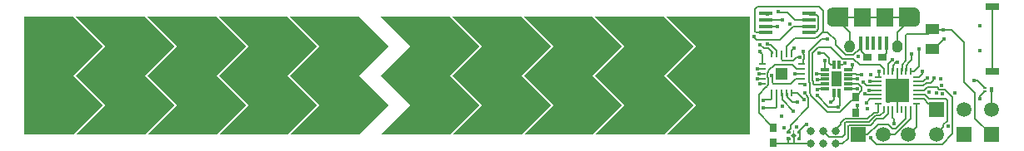
<source format=gtl>
G04*
G04 #@! TF.GenerationSoftware,Altium Limited,Altium Designer,20.2.4 (192)*
G04*
G04 Layer_Physical_Order=1*
G04 Layer_Color=255*
%FSLAX25Y25*%
%MOIN*%
G70*
G04*
G04 #@! TF.SameCoordinates,E28A416E-137A-4DA4-96E8-27F400694B22*
G04*
G04*
G04 #@! TF.FilePolarity,Positive*
G04*
G01*
G75*
%ADD13C,0.00600*%
%ADD16C,0.00800*%
G04:AMPARAMS|DCode=17|XSize=33.86mil|YSize=10.24mil|CornerRadius=1.28mil|HoleSize=0mil|Usage=FLASHONLY|Rotation=270.000|XOffset=0mil|YOffset=0mil|HoleType=Round|Shape=RoundedRectangle|*
%AMROUNDEDRECTD17*
21,1,0.03386,0.00768,0,0,270.0*
21,1,0.03130,0.01024,0,0,270.0*
1,1,0.00256,-0.00384,-0.01565*
1,1,0.00256,-0.00384,0.01565*
1,1,0.00256,0.00384,0.01565*
1,1,0.00256,0.00384,-0.01565*
%
%ADD17ROUNDEDRECTD17*%
G04:AMPARAMS|DCode=18|XSize=33.86mil|YSize=10.24mil|CornerRadius=1.28mil|HoleSize=0mil|Usage=FLASHONLY|Rotation=180.000|XOffset=0mil|YOffset=0mil|HoleType=Round|Shape=RoundedRectangle|*
%AMROUNDEDRECTD18*
21,1,0.03386,0.00768,0,0,180.0*
21,1,0.03130,0.01024,0,0,180.0*
1,1,0.00256,-0.01565,0.00384*
1,1,0.00256,0.01565,0.00384*
1,1,0.00256,0.01565,-0.00384*
1,1,0.00256,-0.01565,-0.00384*
%
%ADD18ROUNDEDRECTD18*%
%ADD19R,0.03150X0.03300*%
%ADD20R,0.01496X0.02480*%
%ADD21R,0.01496X0.00787*%
%ADD22R,0.01100X0.02800*%
%ADD23R,0.09400X0.09400*%
%ADD24R,0.02800X0.01100*%
%ADD25R,0.03000X0.01100*%
%ADD26R,0.01100X0.03000*%
%ADD27R,0.05118X0.03543*%
%ADD28R,0.02559X0.01121*%
%ADD29R,0.01121X0.02559*%
%ADD30R,0.05000X0.05000*%
%ADD31R,0.07087X0.07480*%
%ADD32R,0.01575X0.05315*%
%ADD34R,0.05512X0.04331*%
%ADD35R,0.05315X0.04331*%
%ADD36R,0.05512X0.02559*%
%ADD37R,0.03300X0.03150*%
%ADD38R,0.05600X0.01700*%
%ADD39R,0.05906X0.47244*%
%ADD64C,0.03150*%
%ADD67R,0.03937X0.05906*%
%ADD68R,0.00787X0.00787*%
%ADD69C,0.00700*%
%ADD70O,0.03740X0.07480*%
%ADD71C,0.04134*%
%ADD72C,0.05906*%
%ADD73R,0.05906X0.05906*%
%ADD74R,0.05906X0.05906*%
%ADD75C,0.01575*%
G36*
X357340Y56786D02*
X357442Y56775D01*
X357544Y56759D01*
X357645Y56738D01*
X357744Y56711D01*
X357842Y56679D01*
X357939Y56642D01*
X358033Y56600D01*
X358125Y56553D01*
X358214Y56502D01*
X358300Y56446D01*
X358384Y56385D01*
X358464Y56320D01*
X358541Y56251D01*
X358613Y56178D01*
X358682Y56102D01*
X358747Y56022D01*
X358808Y55938D01*
X358864Y55852D01*
X358916Y55762D01*
X358962Y55671D01*
X359004Y55576D01*
X359041Y55480D01*
X359073Y55382D01*
X359100Y55282D01*
X359121Y55182D01*
X359137Y55080D01*
X359148Y54977D01*
X359154Y54874D01*
Y54823D01*
Y53051D01*
Y51279D01*
Y51228D01*
X359148Y51125D01*
X359137Y51022D01*
X359121Y50921D01*
X359100Y50820D01*
X359073Y50720D01*
X359041Y50622D01*
X359004Y50526D01*
X358962Y50432D01*
X358916Y50340D01*
X358864Y50251D01*
X358808Y50164D01*
X358747Y50081D01*
X358682Y50001D01*
X358613Y49924D01*
X358541Y49851D01*
X358464Y49782D01*
X358384Y49717D01*
X358300Y49657D01*
X358214Y49600D01*
X358125Y49549D01*
X358033Y49502D01*
X357939Y49460D01*
X357842Y49423D01*
X357744Y49391D01*
X357645Y49365D01*
X357544Y49343D01*
X357442Y49327D01*
X357340Y49316D01*
X357237Y49311D01*
X350886D01*
Y53051D01*
Y56791D01*
X357237D01*
X357340Y56786D01*
D02*
G37*
G36*
X330413Y53051D02*
Y49311D01*
X324063D01*
X323960Y49316D01*
X323857Y49327D01*
X323755Y49343D01*
X323655Y49365D01*
X323555Y49391D01*
X323457Y49423D01*
X323361Y49460D01*
X323266Y49502D01*
X323175Y49549D01*
X323085Y49600D01*
X322999Y49657D01*
X322915Y49717D01*
X322835Y49782D01*
X322759Y49851D01*
X322686Y49924D01*
X322617Y50001D01*
X322552Y50081D01*
X322491Y50164D01*
X322435Y50251D01*
X322384Y50340D01*
X322337Y50432D01*
X322295Y50526D01*
X322258Y50622D01*
X322226Y50720D01*
X322199Y50820D01*
X322178Y50921D01*
X322162Y51022D01*
X322151Y51125D01*
X322146Y51228D01*
Y51279D01*
Y53051D01*
Y54823D01*
Y54874D01*
X322151Y54977D01*
X322162Y55080D01*
X322178Y55182D01*
X322199Y55282D01*
X322226Y55382D01*
X322258Y55480D01*
X322295Y55576D01*
X322337Y55671D01*
X322384Y55762D01*
X322435Y55852D01*
X322491Y55938D01*
X322552Y56022D01*
X322617Y56102D01*
X322686Y56178D01*
X322759Y56251D01*
X322835Y56320D01*
X322915Y56385D01*
X322999Y56446D01*
X323085Y56502D01*
X323175Y56553D01*
X323266Y56600D01*
X323361Y56642D01*
X323457Y56679D01*
X323555Y56711D01*
X323655Y56738D01*
X323755Y56759D01*
X323857Y56775D01*
X323960Y56786D01*
X324063Y56791D01*
X330413D01*
Y53051D01*
D02*
G37*
G36*
X350359Y43695D02*
X350467Y43684D01*
X350574Y43667D01*
X350679Y43644D01*
X350784Y43616D01*
X350887Y43583D01*
X350988Y43544D01*
X351087Y43500D01*
X351183Y43451D01*
X351277Y43397D01*
X351368Y43338D01*
X351455Y43274D01*
X351540Y43206D01*
X351620Y43134D01*
X351697Y43057D01*
X351769Y42977D01*
X351837Y42893D01*
X351901Y42805D01*
X351960Y42714D01*
X352014Y42621D01*
X352063Y42524D01*
X352107Y42425D01*
X352146Y42324D01*
X352179Y42221D01*
X352207Y42116D01*
X352230Y42011D01*
X352247Y41904D01*
X352258Y41796D01*
X352264Y41688D01*
Y41634D01*
Y40846D01*
Y40792D01*
X352258Y40684D01*
X352247Y40577D01*
X352230Y40470D01*
X352207Y40364D01*
X352179Y40259D01*
X352146Y40156D01*
X352107Y40055D01*
X352063Y39956D01*
X352014Y39860D01*
X351960Y39766D01*
X351901Y39675D01*
X351837Y39588D01*
X351769Y39504D01*
X351697Y39423D01*
X351620Y39347D01*
X351540Y39274D01*
X351455Y39206D01*
X351368Y39143D01*
X351277Y39083D01*
X351184Y39029D01*
X351087Y38980D01*
X350988Y38936D01*
X350887Y38897D01*
X350784Y38864D01*
X350679Y38836D01*
X350574Y38813D01*
X350467Y38796D01*
X350359Y38785D01*
X350251Y38780D01*
X350143D01*
X350035Y38785D01*
X349927Y38796D01*
X349820Y38813D01*
X349714Y38836D01*
X349610Y38864D01*
X349507Y38897D01*
X349406Y38936D01*
X349307Y38980D01*
X349210Y39029D01*
X349116Y39083D01*
X349026Y39142D01*
X348938Y39206D01*
X348854Y39274D01*
X348774Y39347D01*
X348697Y39423D01*
X348625Y39504D01*
X348556Y39588D01*
X348493Y39675D01*
X348434Y39766D01*
X348380Y39860D01*
X348331Y39956D01*
X348287Y40055D01*
X348248Y40156D01*
X348214Y40259D01*
X348186Y40364D01*
X348164Y40470D01*
X348147Y40577D01*
X348136Y40684D01*
X348130Y40792D01*
Y40846D01*
Y41634D01*
Y41688D01*
X348136Y41796D01*
X348147Y41904D01*
X348164Y42011D01*
X348186Y42116D01*
X348214Y42221D01*
X348248Y42324D01*
X348287Y42425D01*
X348331Y42524D01*
X348380Y42620D01*
X348434Y42714D01*
X348493Y42805D01*
X348556Y42893D01*
X348625Y42977D01*
X348697Y43057D01*
X348774Y43134D01*
X348854Y43206D01*
X348938Y43274D01*
X349026Y43338D01*
X349116Y43397D01*
X349210Y43451D01*
X349307Y43500D01*
X349406Y43544D01*
X349507Y43583D01*
X349610Y43616D01*
X349714Y43644D01*
X349820Y43667D01*
X349927Y43684D01*
X350035Y43695D01*
X350143Y43701D01*
X350251D01*
X350359Y43695D01*
D02*
G37*
G36*
X331265D02*
X331372Y43684D01*
X331479Y43667D01*
X331585Y43644D01*
X331690Y43616D01*
X331793Y43583D01*
X331894Y43544D01*
X331993Y43500D01*
X332089Y43451D01*
X332183Y43397D01*
X332274Y43338D01*
X332361Y43274D01*
X332445Y43206D01*
X332526Y43134D01*
X332602Y43057D01*
X332675Y42977D01*
X332743Y42893D01*
X332806Y42805D01*
X332865Y42714D01*
X332920Y42621D01*
X332969Y42524D01*
X333013Y42425D01*
X333051Y42324D01*
X333085Y42221D01*
X333113Y42116D01*
X333135Y42011D01*
X333152Y41904D01*
X333164Y41796D01*
X333169Y41688D01*
Y41634D01*
Y40846D01*
Y40792D01*
X333164Y40684D01*
X333152Y40577D01*
X333135Y40470D01*
X333113Y40364D01*
X333085Y40259D01*
X333051Y40156D01*
X333013Y40055D01*
X332969Y39956D01*
X332920Y39860D01*
X332865Y39766D01*
X332806Y39675D01*
X332743Y39588D01*
X332675Y39504D01*
X332602Y39423D01*
X332526Y39347D01*
X332445Y39274D01*
X332361Y39206D01*
X332274Y39143D01*
X332183Y39083D01*
X332089Y39029D01*
X331993Y38980D01*
X331894Y38936D01*
X331793Y38897D01*
X331690Y38864D01*
X331585Y38836D01*
X331479Y38813D01*
X331372Y38796D01*
X331265Y38785D01*
X331156Y38780D01*
X331048D01*
X330940Y38785D01*
X330833Y38796D01*
X330726Y38813D01*
X330620Y38836D01*
X330515Y38864D01*
X330412Y38897D01*
X330311Y38936D01*
X330212Y38980D01*
X330116Y39029D01*
X330022Y39083D01*
X329931Y39142D01*
X329844Y39206D01*
X329760Y39274D01*
X329679Y39347D01*
X329603Y39423D01*
X329530Y39504D01*
X329462Y39588D01*
X329398Y39675D01*
X329339Y39766D01*
X329285Y39860D01*
X329236Y39956D01*
X329192Y40055D01*
X329153Y40156D01*
X329120Y40259D01*
X329092Y40364D01*
X329069Y40470D01*
X329052Y40577D01*
X329041Y40684D01*
X329035Y40792D01*
Y40846D01*
Y41634D01*
Y41688D01*
X329041Y41796D01*
X329052Y41904D01*
X329069Y42011D01*
X329092Y42116D01*
X329120Y42221D01*
X329153Y42324D01*
X329192Y42425D01*
X329236Y42524D01*
X329285Y42620D01*
X329339Y42714D01*
X329398Y42805D01*
X329462Y42893D01*
X329530Y42977D01*
X329603Y43057D01*
X329679Y43134D01*
X329760Y43206D01*
X329844Y43274D01*
X329931Y43338D01*
X330022Y43397D01*
X330116Y43451D01*
X330212Y43500D01*
X330311Y43544D01*
X330412Y43583D01*
X330515Y43616D01*
X330620Y43644D01*
X330726Y43667D01*
X330833Y43684D01*
X330940Y43695D01*
X331048Y43701D01*
X331156D01*
X331265Y43695D01*
D02*
G37*
G36*
X311595Y6194D02*
X310413D01*
X310138Y6470D01*
Y7376D01*
X311595D01*
Y6194D01*
D02*
G37*
G36*
X307421Y6470D02*
X307146Y6194D01*
X305965D01*
Y7376D01*
X307421D01*
Y6470D01*
D02*
G37*
G36*
X32480Y41339D02*
X20669Y29528D01*
X32480Y17717D01*
X20669Y5906D01*
X984D01*
X4921Y17716D01*
X984Y29528D01*
X4921Y41339D01*
X984Y53150D01*
X20669D01*
X32480Y41339D01*
D02*
G37*
G36*
X240158D02*
X228346Y29528D01*
X240158Y17717D01*
X228346Y5906D01*
X200787Y5905D01*
X212598Y17716D01*
X200787Y29528D01*
X212598Y41339D01*
X200787Y53149D01*
X228346Y53150D01*
X240158Y41339D01*
D02*
G37*
G36*
X211614D02*
X199803Y29528D01*
X211614Y17717D01*
X199803Y5906D01*
X172244Y5905D01*
X184055Y17716D01*
X172244Y29528D01*
X184055Y41339D01*
X172244Y53149D01*
X199803Y53150D01*
X211614Y41339D01*
D02*
G37*
G36*
X183071D02*
X171260Y29528D01*
X183071Y17717D01*
X171260Y5906D01*
X143701Y5905D01*
X155512Y17716D01*
X143701Y29528D01*
X155512Y41339D01*
X143701Y53149D01*
X171260Y53150D01*
X183071Y41339D01*
D02*
G37*
G36*
X146653D02*
X134843Y29528D01*
X146654Y17717D01*
X134843Y5906D01*
X107283Y5905D01*
X119094Y17716D01*
X107284Y29528D01*
X119095Y41339D01*
X107283Y53149D01*
X134843Y53150D01*
X146653Y41339D01*
D02*
G37*
G36*
X118110D02*
X106299Y29528D01*
X118110Y17717D01*
X106299Y5906D01*
X78740Y5905D01*
X90551Y17716D01*
X78740Y29528D01*
X90551Y41339D01*
X78740Y53149D01*
X106299Y53150D01*
X118110Y41339D01*
D02*
G37*
G36*
X89567D02*
X77756Y29528D01*
X89567Y17717D01*
X77756Y5906D01*
X50197Y5905D01*
X62008Y17716D01*
X50197Y29528D01*
X62008Y41339D01*
X50197Y53149D01*
X77756Y53150D01*
X89567Y41339D01*
D02*
G37*
G36*
X61024D02*
X49213Y29528D01*
X61024Y17717D01*
X49213Y5906D01*
X21654Y5905D01*
X33464Y17716D01*
X21654Y29528D01*
X33465Y41339D01*
X21654Y53149D01*
X49213Y53150D01*
X61024Y41339D01*
D02*
G37*
G36*
X291339Y5906D02*
X285433D01*
X257874Y5905D01*
X269685Y17716D01*
X257874Y29528D01*
X269685Y41339D01*
X257874Y53149D01*
X285433Y53150D01*
X291339D01*
Y5906D01*
D02*
G37*
G36*
X268701Y41339D02*
X256890Y29528D01*
X268701Y17717D01*
X256890Y5906D01*
X229331Y5905D01*
X241142Y17716D01*
X229331Y29528D01*
X241142Y41339D01*
X229331Y53149D01*
X256890Y53150D01*
X268701Y41339D01*
D02*
G37*
G36*
X311595Y3635D02*
X310138D01*
Y4541D01*
X310413Y4817D01*
X311595D01*
Y3635D01*
D02*
G37*
G36*
X307421Y4541D02*
Y3635D01*
X305965D01*
Y4817D01*
X307146D01*
X307421Y4541D01*
D02*
G37*
G36*
X309026Y6457D02*
X309977Y5505D01*
X309026Y4555D01*
Y3498D01*
X308534D01*
Y4555D01*
X307582Y5505D01*
X308534Y6457D01*
Y7513D01*
X309026D01*
Y6457D01*
D02*
G37*
%LPC*%
G36*
X355048Y56004D02*
X354005D01*
X353943Y56001D01*
X353881Y55994D01*
X353820Y55985D01*
X353760Y55972D01*
X353700Y55956D01*
X353641Y55937D01*
X353583Y55914D01*
X353527Y55889D01*
X353472Y55861D01*
X353418Y55830D01*
X353366Y55797D01*
X353316Y55760D01*
X353268Y55721D01*
X353222Y55680D01*
X353178Y55636D01*
X353137Y55590D01*
X353098Y55542D01*
X353062Y55492D01*
X353028Y55440D01*
X352997Y55387D01*
X352969Y55331D01*
X352944Y55275D01*
X352922Y55217D01*
X352903Y55158D01*
X352887Y55099D01*
X352874Y55038D01*
X352864Y54977D01*
X352858Y54915D01*
X352854Y54854D01*
Y54823D01*
Y53051D01*
Y51279D01*
Y51249D01*
X352858Y51187D01*
X352864Y51125D01*
X352874Y51064D01*
X352887Y51004D01*
X352903Y50944D01*
X352922Y50885D01*
X352944Y50827D01*
X352969Y50771D01*
X352997Y50716D01*
X353028Y50662D01*
X353062Y50610D01*
X353098Y50560D01*
X353137Y50512D01*
X353178Y50466D01*
X353222Y50423D01*
X353268Y50381D01*
X353316Y50342D01*
X353366Y50306D01*
X353418Y50272D01*
X353472Y50241D01*
X353527Y50213D01*
X353583Y50188D01*
X353641Y50166D01*
X353700Y50147D01*
X353760Y50131D01*
X353820Y50118D01*
X353881Y50108D01*
X353943Y50102D01*
X354005Y50098D01*
X354952D01*
X355014Y50102D01*
X355076Y50108D01*
X355137Y50118D01*
X355197Y50131D01*
X355257Y50147D01*
X355316Y50166D01*
X355373Y50188D01*
X355430Y50213D01*
X355485Y50241D01*
X355539Y50272D01*
X355591Y50306D01*
X355641Y50342D01*
X355689Y50381D01*
X355735Y50423D01*
X355778Y50466D01*
X355820Y50512D01*
X355859Y50560D01*
X355895Y50610D01*
X355929Y50662D01*
X355960Y50716D01*
X355988Y50771D01*
X356013Y50827D01*
X356035Y50885D01*
X356054Y50944D01*
X356070Y51004D01*
X356083Y51064D01*
X356093Y51125D01*
X356099Y51187D01*
X356102Y51249D01*
Y51279D01*
Y53051D01*
Y54921D01*
Y54950D01*
X356099Y55006D01*
X356094Y55063D01*
X356085Y55119D01*
X356073Y55174D01*
X356058Y55229D01*
X356041Y55283D01*
X356020Y55336D01*
X355997Y55388D01*
X355972Y55438D01*
X355943Y55487D01*
X355912Y55535D01*
X355879Y55581D01*
X355843Y55625D01*
X355805Y55667D01*
X355765Y55707D01*
X355723Y55745D01*
X355679Y55781D01*
X355633Y55814D01*
X355586Y55845D01*
X355537Y55873D01*
X355486Y55899D01*
X355434Y55922D01*
X355381Y55942D01*
X355327Y55960D01*
X355273Y55974D01*
X355217Y55986D01*
X355161Y55995D01*
X355105Y56001D01*
X355048Y56004D01*
D02*
G37*
G36*
X327295D02*
X326347D01*
X326285Y56001D01*
X326224Y55994D01*
X326163Y55985D01*
X326102Y55972D01*
X326042Y55956D01*
X325984Y55937D01*
X325926Y55914D01*
X325869Y55889D01*
X325814Y55861D01*
X325761Y55830D01*
X325709Y55796D01*
X325659Y55760D01*
X325611Y55721D01*
X325565Y55680D01*
X325521Y55636D01*
X325480Y55590D01*
X325441Y55542D01*
X325404Y55492D01*
X325371Y55440D01*
X325340Y55387D01*
X325311Y55331D01*
X325286Y55275D01*
X325264Y55217D01*
X325245Y55158D01*
X325229Y55099D01*
X325216Y55038D01*
X325206Y54977D01*
X325200Y54915D01*
X325197Y54854D01*
Y54823D01*
Y53051D01*
Y51181D01*
Y51153D01*
X325200Y51096D01*
X325206Y51040D01*
X325215Y50984D01*
X325226Y50928D01*
X325241Y50874D01*
X325259Y50820D01*
X325279Y50767D01*
X325302Y50715D01*
X325328Y50664D01*
X325356Y50615D01*
X325387Y50568D01*
X325420Y50522D01*
X325456Y50478D01*
X325494Y50436D01*
X325534Y50396D01*
X325576Y50358D01*
X325620Y50322D01*
X325666Y50288D01*
X325714Y50258D01*
X325763Y50229D01*
X325813Y50204D01*
X325865Y50181D01*
X325918Y50160D01*
X325972Y50143D01*
X326027Y50128D01*
X326082Y50116D01*
X326138Y50107D01*
X326195Y50101D01*
X326251Y50098D01*
X327295D01*
X327357Y50102D01*
X327418Y50108D01*
X327479Y50118D01*
X327540Y50131D01*
X327599Y50147D01*
X327658Y50166D01*
X327716Y50188D01*
X327772Y50213D01*
X327828Y50241D01*
X327881Y50272D01*
X327933Y50306D01*
X327983Y50342D01*
X328031Y50381D01*
X328077Y50423D01*
X328121Y50466D01*
X328162Y50512D01*
X328201Y50560D01*
X328238Y50610D01*
X328271Y50662D01*
X328302Y50716D01*
X328330Y50771D01*
X328355Y50827D01*
X328378Y50885D01*
X328397Y50944D01*
X328413Y51004D01*
X328426Y51064D01*
X328435Y51125D01*
X328442Y51187D01*
X328445Y51249D01*
Y51279D01*
Y53051D01*
Y54823D01*
Y54854D01*
X328442Y54915D01*
X328435Y54977D01*
X328426Y55038D01*
X328413Y55099D01*
X328397Y55158D01*
X328378Y55217D01*
X328355Y55275D01*
X328330Y55331D01*
X328302Y55387D01*
X328271Y55440D01*
X328238Y55492D01*
X328201Y55542D01*
X328162Y55590D01*
X328121Y55636D01*
X328077Y55680D01*
X328031Y55721D01*
X327983Y55760D01*
X327933Y55797D01*
X327881Y55830D01*
X327828Y55861D01*
X327772Y55889D01*
X327716Y55914D01*
X327658Y55937D01*
X327599Y55956D01*
X327540Y55972D01*
X327479Y55985D01*
X327418Y55994D01*
X327357Y56001D01*
X327295Y56004D01*
D02*
G37*
G36*
X350230Y42913D02*
X350163D01*
X350096Y42910D01*
X350030Y42903D01*
X349964Y42892D01*
X349898Y42878D01*
X349833Y42861D01*
X349770Y42840D01*
X349707Y42816D01*
X349646Y42789D01*
X349586Y42759D01*
X349528Y42725D01*
X349472Y42689D01*
X349418Y42649D01*
X349366Y42607D01*
X349316Y42562D01*
X349268Y42515D01*
X349223Y42465D01*
X349181Y42413D01*
X349142Y42359D01*
X349106Y42303D01*
X349072Y42245D01*
X349042Y42185D01*
X349014Y42124D01*
X348990Y42061D01*
X348970Y41997D01*
X348952Y41933D01*
X348938Y41867D01*
X348928Y41801D01*
X348921Y41734D01*
X348917Y41667D01*
Y41634D01*
Y40846D01*
Y40813D01*
X348921Y40746D01*
X348928Y40679D01*
X348938Y40613D01*
X348952Y40548D01*
X348970Y40483D01*
X348990Y40419D01*
X349014Y40357D01*
X349042Y40295D01*
X349072Y40236D01*
X349106Y40178D01*
X349142Y40121D01*
X349181Y40067D01*
X349223Y40015D01*
X349268Y39965D01*
X349316Y39918D01*
X349366Y39873D01*
X349418Y39831D01*
X349472Y39792D01*
X349528Y39755D01*
X349586Y39722D01*
X349646Y39691D01*
X349707Y39664D01*
X349770Y39640D01*
X349833Y39619D01*
X349898Y39602D01*
X349964Y39588D01*
X350030Y39577D01*
X350096Y39570D01*
X350163Y39567D01*
X350230D01*
X350297Y39570D01*
X350364Y39577D01*
X350430Y39588D01*
X350496Y39602D01*
X350560Y39619D01*
X350624Y39640D01*
X350687Y39664D01*
X350748Y39691D01*
X350808Y39722D01*
X350866Y39755D01*
X350922Y39792D01*
X350976Y39831D01*
X351028Y39873D01*
X351078Y39918D01*
X351125Y39965D01*
X351170Y40015D01*
X351212Y40067D01*
X351252Y40121D01*
X351288Y40178D01*
X351322Y40236D01*
X351352Y40295D01*
X351379Y40357D01*
X351403Y40419D01*
X351424Y40483D01*
X351442Y40548D01*
X351455Y40613D01*
X351466Y40679D01*
X351473Y40746D01*
X351476Y40813D01*
Y40846D01*
Y41634D01*
Y41667D01*
X351473Y41734D01*
X351466Y41801D01*
X351455Y41867D01*
X351442Y41933D01*
X351424Y41997D01*
X351403Y42061D01*
X351379Y42124D01*
X351352Y42185D01*
X351322Y42245D01*
X351288Y42303D01*
X351252Y42359D01*
X351212Y42413D01*
X351170Y42465D01*
X351125Y42515D01*
X351078Y42562D01*
X351028Y42607D01*
X350976Y42649D01*
X350922Y42689D01*
X350866Y42725D01*
X350808Y42759D01*
X350748Y42789D01*
X350687Y42816D01*
X350624Y42840D01*
X350560Y42861D01*
X350496Y42878D01*
X350430Y42892D01*
X350364Y42903D01*
X350297Y42910D01*
X350230Y42913D01*
D02*
G37*
G36*
X331136D02*
X331069D01*
X331002Y42910D01*
X330935Y42903D01*
X330869Y42892D01*
X330804Y42878D01*
X330739Y42861D01*
X330675Y42840D01*
X330613Y42816D01*
X330551Y42789D01*
X330492Y42759D01*
X330434Y42725D01*
X330377Y42689D01*
X330323Y42649D01*
X330271Y42607D01*
X330221Y42562D01*
X330174Y42515D01*
X330129Y42465D01*
X330087Y42413D01*
X330047Y42359D01*
X330011Y42303D01*
X329977Y42245D01*
X329947Y42185D01*
X329920Y42124D01*
X329896Y42061D01*
X329875Y41997D01*
X329858Y41933D01*
X329844Y41867D01*
X329833Y41801D01*
X329826Y41734D01*
X329823Y41667D01*
Y41634D01*
Y40846D01*
Y40813D01*
X329826Y40746D01*
X329833Y40679D01*
X329844Y40613D01*
X329858Y40548D01*
X329875Y40483D01*
X329896Y40419D01*
X329920Y40357D01*
X329947Y40295D01*
X329977Y40236D01*
X330011Y40178D01*
X330047Y40121D01*
X330087Y40067D01*
X330129Y40015D01*
X330174Y39965D01*
X330221Y39918D01*
X330271Y39873D01*
X330323Y39831D01*
X330377Y39792D01*
X330434Y39755D01*
X330492Y39722D01*
X330551Y39691D01*
X330612Y39664D01*
X330675Y39640D01*
X330739Y39619D01*
X330803Y39602D01*
X330869Y39588D01*
X330935Y39577D01*
X331002Y39570D01*
X331069Y39567D01*
X331136D01*
X331203Y39570D01*
X331269Y39577D01*
X331336Y39588D01*
X331401Y39602D01*
X331466Y39619D01*
X331530Y39640D01*
X331592Y39664D01*
X331653Y39691D01*
X331713Y39722D01*
X331771Y39755D01*
X331827Y39792D01*
X331881Y39831D01*
X331934Y39873D01*
X331983Y39918D01*
X332031Y39965D01*
X332076Y40015D01*
X332118Y40067D01*
X332157Y40121D01*
X332194Y40178D01*
X332227Y40236D01*
X332258Y40295D01*
X332285Y40357D01*
X332309Y40419D01*
X332330Y40483D01*
X332347Y40548D01*
X332361Y40613D01*
X332371Y40679D01*
X332378Y40746D01*
X332382Y40813D01*
Y40846D01*
Y41634D01*
Y41667D01*
X332378Y41734D01*
X332371Y41801D01*
X332361Y41867D01*
X332347Y41933D01*
X332330Y41997D01*
X332309Y42061D01*
X332285Y42124D01*
X332258Y42185D01*
X332227Y42245D01*
X332194Y42303D01*
X332157Y42359D01*
X332118Y42413D01*
X332076Y42465D01*
X332031Y42515D01*
X331983Y42562D01*
X331934Y42607D01*
X331882Y42649D01*
X331827Y42689D01*
X331771Y42725D01*
X331713Y42759D01*
X331653Y42789D01*
X331592Y42816D01*
X331530Y42840D01*
X331466Y42861D01*
X331401Y42878D01*
X331336Y42892D01*
X331270Y42903D01*
X331203Y42910D01*
X331136Y42913D01*
D02*
G37*
%LPD*%
D13*
X327579Y9908D02*
Y10607D01*
X329078Y12105D01*
X338280D01*
X329173Y5807D02*
Y10503D01*
X329575Y10905D02*
X338944D01*
X329173Y10503D02*
X329575Y10905D01*
X325571Y7900D02*
X327579Y9908D01*
X328155Y4789D02*
X329173Y5807D01*
X340880Y14706D02*
X342128D01*
X342419Y18325D02*
X342479Y18265D01*
Y15057D02*
Y18265D01*
X342128Y14706D02*
X342479Y15057D01*
X338280Y12105D02*
X340880Y14706D01*
X343280Y13436D02*
X344819Y14975D01*
X338944Y10905D02*
X341474Y13436D01*
X343280D01*
X330473Y9354D02*
X330825Y9706D01*
X339441D02*
X341936Y12201D01*
X330825Y9706D02*
X339441D01*
X330473Y4399D02*
Y9354D01*
X325571Y7264D02*
Y7900D01*
X344559Y12201D02*
X346469Y14111D01*
X341936Y12201D02*
X344559D01*
X346469Y15775D02*
X346619Y15925D01*
X346469Y14111D02*
Y15775D01*
X328346Y2272D02*
X330473Y4399D01*
X325571Y2264D02*
X325579Y2272D01*
X328346D01*
X323029Y4806D02*
X324529D01*
X324546Y4789D01*
X328155D01*
X320571Y7264D02*
X323029Y4806D01*
X344819Y14975D02*
Y15925D01*
D16*
X326898Y22456D02*
X327010Y22344D01*
X326472Y16845D02*
Y16972D01*
X318190Y27806D02*
X318264D01*
X329162Y34592D02*
X329372D01*
X318076Y21610D02*
X322693Y16993D01*
X330691Y30186D02*
X332221D01*
X325880Y16993D02*
X326323D01*
X330579Y32043D02*
X331761D01*
X334122Y24179D02*
X334133Y24189D01*
X333800Y29958D02*
X335840D01*
X332279Y32583D02*
Y33792D01*
X318452Y27994D02*
X321137D01*
X318106Y24005D02*
X318187Y24087D01*
X320893Y38519D02*
X322967Y36446D01*
X324252Y19154D02*
X324930Y19832D01*
X323725Y19154D02*
X324252D01*
X321167Y24087D02*
X321249Y24169D01*
X326898Y33755D02*
X328270D01*
X327010Y20884D02*
X327200Y20694D01*
X330590Y24179D02*
X334122D01*
X332341Y30305D02*
X333452D01*
X326472Y16972D02*
X327200Y17701D01*
X319999Y30186D02*
X320180Y30005D01*
X322693Y16993D02*
X325880D01*
X322967Y34418D02*
X323630Y33755D01*
X326323Y16993D02*
X326472Y16845D01*
X321137Y27994D02*
X321249Y28106D01*
X330579D02*
X333980D01*
X330579Y30074D02*
X330691Y30186D01*
X323628Y19057D02*
X323725Y19154D01*
X325880Y16993D02*
X325880Y16993D01*
X318174Y30186D02*
X319999D01*
X328775Y34205D02*
X329162Y34592D01*
X330579Y24169D02*
X330590Y24179D01*
X328719Y34205D02*
X328775D01*
X331761Y32043D02*
X332290Y32572D01*
X318187Y24087D02*
X321167D01*
X322967Y34418D02*
Y36446D01*
X324930Y19832D02*
Y22456D01*
X318054Y30305D02*
X318174Y30186D01*
X327010Y20884D02*
Y22344D01*
X318076Y21610D02*
Y21680D01*
X332221Y30186D02*
X332341Y30305D01*
X321249Y32043D02*
Y35363D01*
X327200Y17701D02*
Y20694D01*
X332279Y32583D02*
X332290Y32572D01*
X318264Y27806D02*
X318452Y27994D01*
X318766Y38519D02*
X320893D01*
X328270Y33755D02*
X328719Y34205D01*
X333452Y30305D02*
X333800Y29958D01*
X323630Y33755D02*
X324930D01*
X358780Y33206D02*
Y40097D01*
X308040Y39640D02*
X309000Y40600D01*
X308040Y38366D02*
Y39640D01*
X345800Y40338D02*
Y40800D01*
X345768Y40306D02*
X345800Y40338D01*
X334100Y15659D02*
Y17700D01*
Y15659D02*
X334279Y15479D01*
X333500Y14700D02*
X334279Y15479D01*
X327212Y15057D02*
X331805Y19650D01*
X332780Y20205D02*
Y21631D01*
X332225Y19650D02*
X332780Y20205D01*
X331805Y19650D02*
X332225D01*
X313564Y9847D02*
X313568Y9850D01*
X313556Y9847D02*
X313564D01*
X313568Y9850D02*
X313968D01*
X314276Y20973D02*
Y21351D01*
Y20973D02*
X314667Y20582D01*
X315675Y21553D02*
X322171Y15057D01*
X315675Y21553D02*
Y21931D01*
X311003Y7294D02*
X313556Y9847D01*
X315062Y22544D02*
X315675Y21931D01*
X313131Y22496D02*
X314276Y21351D01*
X312852Y19893D02*
Y19921D01*
X314667Y16793D02*
Y20582D01*
X315062Y22544D02*
Y26769D01*
X325731Y15057D02*
X327212D01*
X308684Y15280D02*
Y15401D01*
X307399Y9525D02*
X314667Y16793D01*
X311003Y7294D02*
X311138Y7159D01*
Y7057D02*
Y7159D01*
X310866Y6785D02*
X311138Y7057D01*
X293307Y47378D02*
X293779Y46905D01*
X293307Y56333D02*
X294180Y57205D01*
X293307Y47378D02*
Y56333D01*
X345768Y40306D02*
Y42520D01*
Y38435D02*
Y40306D01*
X310267Y22505D02*
X312852Y19921D01*
X292729Y45055D02*
X293792Y43993D01*
X293779Y46905D02*
X297679D01*
X296767Y40418D02*
X298512D01*
X295280Y41906D02*
X296767Y40418D01*
X295280Y38896D02*
Y39105D01*
X298512Y40418D02*
X300166Y38764D01*
X298280Y42206D02*
X298428Y42057D01*
X299408D01*
X301814Y38072D02*
X301880Y38006D01*
X293792Y43993D02*
X303295D01*
X312499Y38215D02*
X312923Y37791D01*
X312499Y38215D02*
Y39386D01*
X312923Y36310D02*
Y37791D01*
X312479Y39406D02*
X312499Y39386D01*
X300082Y26771D02*
Y29678D01*
X300055Y29706D02*
X300082Y29678D01*
X296580Y19705D02*
X296728Y19854D01*
X299411D01*
X300648Y26206D02*
X307680D01*
X300082Y26771D02*
X300648Y26206D01*
X307680D02*
X309677Y28202D01*
X311656D02*
X311817Y28363D01*
X309677Y28202D02*
X311656D01*
X311784Y30299D02*
X311817Y30332D01*
X309380Y30266D02*
X309412Y30299D01*
X311784D01*
X303942Y36143D02*
X304348Y35737D01*
X309909Y37051D02*
X311135D01*
X309440Y36582D02*
X309909Y37051D01*
X308665Y35737D02*
X309440Y36512D01*
Y36582D01*
X304348Y35737D02*
X308665D01*
X303942Y36143D02*
Y38206D01*
X296069Y34269D02*
Y38107D01*
X295280Y38896D02*
X296069Y38107D01*
X300166Y38506D02*
Y38764D01*
X299408Y42057D02*
X301814Y39652D01*
X303295Y43993D02*
X308707Y49406D01*
X314867Y26964D02*
Y39384D01*
X316267Y27544D02*
Y38548D01*
X314867Y26964D02*
X315062Y26769D01*
X316462Y26374D02*
Y27349D01*
X316931Y25905D02*
X319487D01*
X314867Y39384D02*
X319889Y44405D01*
X316267Y38548D02*
X318524Y40806D01*
X316462Y26374D02*
X316931Y25905D01*
X316267Y27544D02*
X316462Y27349D01*
X304103Y19982D02*
X308684Y15401D01*
X304103Y19982D02*
Y22297D01*
X322171Y15057D02*
X325731D01*
X308080Y22505D02*
X310267D01*
X313131Y22496D02*
Y22679D01*
X306072Y21011D02*
X308192Y18891D01*
X310094D02*
X310179Y18805D01*
X308192Y18891D02*
X310094D01*
X334685Y5807D02*
X338381D01*
X342580Y10006D01*
X346580D01*
X348248Y8337D02*
X349611D01*
X346580Y10006D02*
X348248Y8337D01*
X349611D02*
X353619Y12345D01*
X348867Y10418D02*
X349016Y10269D01*
X348867Y10418D02*
Y12108D01*
X348319Y12657D02*
X348867Y12108D01*
X348319Y12657D02*
Y15925D01*
X353619Y12345D02*
Y15925D01*
X355419Y12165D02*
Y15925D01*
X349061Y5807D02*
X355419Y12165D01*
X344685Y5807D02*
X349061D01*
X307879Y38206D02*
X308040Y38366D01*
X312479Y34429D02*
Y35867D01*
X312923Y36310D01*
X311817Y34269D02*
X312319D01*
X312479Y34429D01*
X306693Y7385D02*
X307399Y8091D01*
X306693Y6785D02*
Y7385D01*
X307399Y8091D02*
Y9525D01*
X317179Y44506D02*
X317729Y45055D01*
X309279Y44506D02*
X317179D01*
X318094Y45055D02*
X320112Y47073D01*
X317729Y45055D02*
X318094D01*
X311817Y26395D02*
X311977Y26234D01*
X312860D02*
X313065Y26028D01*
X313275D01*
X311977Y26234D02*
X312860D01*
X328105Y36380D02*
X332633D01*
X335207Y33806D01*
X335436Y40262D02*
X335479Y40306D01*
X335144Y40262D02*
X335436D01*
X329405Y37780D02*
X332661D01*
X335144Y40262D01*
X320112Y47073D02*
X320479D01*
X322139D01*
X325410Y41776D02*
X329405Y37780D01*
X323679Y40806D02*
X328105Y36380D01*
X335919Y39154D02*
Y40306D01*
X320112Y47073D02*
X320479Y47441D01*
X335207Y33806D02*
X343289D01*
X325410Y41776D02*
Y43803D01*
X322139Y47073D02*
X325410Y43803D01*
X318524Y40806D02*
X323679D01*
X320479Y47441D02*
Y55705D01*
X319889Y44405D02*
X322280D01*
X317894Y47355D02*
X318679Y48141D01*
Y53270D01*
X317280Y47355D02*
X317894D01*
X316980Y47056D02*
X317280Y47355D01*
X337779Y18606D02*
X337808D01*
X339328Y20125D01*
X338804Y23627D02*
X338804Y23626D01*
X337179Y22180D02*
X337328Y22032D01*
X335952Y23481D02*
Y24909D01*
X334102Y21631D02*
X335952Y23481D01*
X332780Y21631D02*
X334102D01*
X342418Y23626D02*
X342419Y23625D01*
X337328Y22032D02*
X337871D01*
X338085Y21818D02*
X342412D01*
X338804Y23626D02*
X342418D01*
X337871Y22032D02*
X338085Y21818D01*
X294180Y57205D02*
X318980D01*
X320479Y55705D01*
X317894Y54056D02*
X318679Y53270D01*
X314879Y54505D02*
X315330Y54056D01*
X317894D01*
X305911Y41137D02*
X309279Y44506D01*
X305911Y38206D02*
Y41137D01*
X364173Y48130D02*
X364398Y47905D01*
X362408Y46365D02*
X364173Y48130D01*
X311287Y4267D02*
Y6798D01*
X380879Y27606D02*
X382308D01*
X385208Y24705D01*
X311193Y6892D02*
X311287Y6798D01*
X300821Y2264D02*
X314938D01*
X306680Y2306D02*
X306693Y2319D01*
Y4226D01*
X308780Y2406D02*
Y5505D01*
Y2406D02*
X308879Y2306D01*
X300580Y2505D02*
X300821Y2264D01*
X314938D02*
X315079Y2406D01*
X360897Y23625D02*
X362166Y24895D01*
X366062D02*
X367039Y23918D01*
X362166Y24895D02*
X366062D01*
X372379Y6106D02*
Y20759D01*
X368079Y1805D02*
X372379Y6106D01*
X341980Y1805D02*
X368079D01*
X339580Y4205D02*
X341980Y1805D01*
X369220Y23918D02*
X372379Y20759D01*
X367039Y23918D02*
X369220D01*
X360717Y25425D02*
X362007Y26715D01*
X360437Y27125D02*
X361669Y28357D01*
X357819Y27125D02*
X360437D01*
X362007Y26715D02*
X363689D01*
X364980Y28005D01*
X362031Y28357D02*
X362179Y28506D01*
X361669Y28357D02*
X362031D01*
X357819Y25425D02*
X360717D01*
X357819Y23625D02*
X360897D01*
X361236Y21825D02*
X362955Y20106D01*
X369611D01*
X357819Y21825D02*
X361236D01*
X362682Y18399D02*
X363195D01*
X357819Y20125D02*
X360956D01*
X362682Y18399D01*
X370079Y11305D02*
Y19637D01*
X368591Y9817D02*
X370079Y11305D01*
X368591Y8876D02*
Y9817D01*
X369611Y20106D02*
X370079Y19637D01*
X302480Y55006D02*
X306080D01*
X308707Y49406D02*
X314879D01*
X306080Y55006D02*
X309080Y52005D01*
X314879D01*
X302379Y55106D02*
X302480Y55006D01*
X301814Y38072D02*
Y39652D01*
X299880Y20322D02*
Y22206D01*
X299411Y19854D02*
X299880Y20322D01*
X296580Y16605D02*
X301505D01*
X301974Y17074D02*
Y22457D01*
X301505Y16605D02*
X301974Y17074D01*
X297679Y52005D02*
X304180D01*
X304279Y52105D01*
X297679Y49406D02*
X297779Y49305D01*
X302080D01*
X305879Y22505D02*
X306072Y22313D01*
X303942Y22457D02*
X304103Y22297D01*
X306072Y21011D02*
Y22313D01*
X325731Y15057D02*
X325731Y15057D01*
X349597Y34743D02*
X350231D01*
X348469Y33615D02*
X349597Y34743D01*
X350231D02*
X350379Y34892D01*
X339179Y27265D02*
X342279D01*
X342419Y27125D01*
X335177Y25684D02*
X335952Y24909D01*
X335113Y25684D02*
X335177D01*
X336709Y26799D02*
X337990Y25518D01*
X336590Y26799D02*
X336709D01*
X334841Y25956D02*
X335113Y25684D01*
X337990Y25518D02*
X339920D01*
X330579Y26137D02*
X334634D01*
X334815Y25956D02*
X334841D01*
X334634Y26137D02*
X334815Y25956D01*
X360080Y30236D02*
Y31005D01*
X357819Y28925D02*
X358769D01*
X360080Y30236D01*
X321137Y26025D02*
X321249Y26137D01*
X319607Y26025D02*
X321137D01*
X319487Y25905D02*
X319607Y26025D01*
X348280Y36005D02*
Y36018D01*
X346619Y34345D02*
X348280Y36005D01*
X346619Y31325D02*
Y34345D01*
X357819Y8941D02*
Y18325D01*
X354685Y5807D02*
X357819Y8941D01*
X363195Y18399D02*
X365748Y15846D01*
Y5847D02*
Y6033D01*
X368591Y8876D01*
X364173Y40256D02*
X364764D01*
X368465Y43957D01*
X368831D01*
X368980Y44105D01*
X344341Y37008D02*
X344416D01*
X345591Y38183D01*
Y38258D01*
X345768Y38435D01*
X338065Y37008D02*
X338140D01*
X335919Y39154D02*
X338065Y37008D01*
X345177Y53051D02*
X354478D01*
X336122D02*
X345177D01*
X326821D02*
X336122D01*
X331102Y41240D02*
Y46900D01*
X326821Y51181D02*
X331102Y46900D01*
X326821Y51181D02*
Y53051D01*
X350197Y41240D02*
Y46900D01*
X354478Y51181D01*
Y53051D01*
X344819Y31325D02*
Y32275D01*
X343289Y33806D02*
X344819Y32275D01*
X356899Y31325D02*
X358780Y33206D01*
X355979Y35906D02*
Y38405D01*
X354879Y34806D02*
X355979Y35906D01*
X353642Y45896D02*
X354110Y46365D01*
X352069Y33967D02*
X353642Y35540D01*
X354110Y46365D02*
X362408D01*
X353642Y35540D02*
Y45896D01*
X355419Y31325D02*
X356899D01*
X353769Y33687D02*
X354887Y34806D01*
X354879D02*
X354887D01*
X353619Y31325D02*
X353769Y31475D01*
Y33687D01*
X352069Y31475D02*
Y33967D01*
X348469Y31475D02*
Y33615D01*
X351919Y31325D02*
X352069Y31475D01*
X350119Y15925D02*
Y23625D01*
Y31325D01*
X348319D02*
X348469Y31475D01*
X342881Y29307D02*
Y31317D01*
X342680Y29105D02*
X342880Y28905D01*
X342680Y29105D02*
X342881Y29307D01*
X368679Y47905D02*
X371880D01*
X376979Y26805D02*
Y42805D01*
X371880Y47905D02*
X376979Y42805D01*
X364398Y47905D02*
X368679D01*
X388179Y57306D02*
X388386Y57099D01*
Y31161D02*
Y57099D01*
X383067Y20106D02*
Y20193D01*
X383080Y20206D01*
X376979Y26805D02*
X381279Y22505D01*
Y12362D02*
X387795Y5847D01*
X381279Y12362D02*
Y22505D01*
X383080Y21115D02*
X385181Y23216D01*
X383080Y20206D02*
Y21115D01*
X387779Y23905D02*
X387787Y23898D01*
Y16613D02*
Y23898D01*
X387680Y16506D02*
X387787Y16613D01*
X342412Y21818D02*
X342419Y21825D01*
X339920Y25518D02*
X339977Y25575D01*
X342269D02*
X342419Y25425D01*
X339977Y25575D02*
X342269D01*
X339328Y20125D02*
X342419D01*
D17*
X326898Y33755D02*
D03*
X324930D02*
D03*
Y22456D02*
D03*
X326898D02*
D03*
D18*
X330579Y24169D02*
D03*
Y26137D02*
D03*
Y28106D02*
D03*
Y30074D02*
D03*
Y32043D02*
D03*
X321249D02*
D03*
Y30074D02*
D03*
Y28106D02*
D03*
Y26137D02*
D03*
Y24169D02*
D03*
D19*
X300580Y8706D02*
D03*
Y2505D02*
D03*
X333500Y14700D02*
D03*
Y20900D02*
D03*
D20*
X387779Y23905D02*
D03*
D21*
X385181Y24595D02*
D03*
Y23216D02*
D03*
D22*
X355419Y31325D02*
D03*
Y15925D02*
D03*
X344819D02*
D03*
Y31325D02*
D03*
D23*
X350119Y23625D02*
D03*
D24*
X357819Y28925D02*
D03*
Y18325D02*
D03*
X342419D02*
D03*
Y28925D02*
D03*
D25*
X357819Y27125D02*
D03*
Y25425D02*
D03*
Y23625D02*
D03*
Y21825D02*
D03*
Y20125D02*
D03*
X342419D02*
D03*
Y21825D02*
D03*
Y23625D02*
D03*
Y25425D02*
D03*
Y27125D02*
D03*
D26*
X353619Y15925D02*
D03*
X351919D02*
D03*
X350119D02*
D03*
X348319D02*
D03*
X346619D02*
D03*
Y31325D02*
D03*
X348319D02*
D03*
X350119D02*
D03*
X351919D02*
D03*
X353619D02*
D03*
D27*
X277559Y29528D02*
D03*
X249016D02*
D03*
X220472Y29528D02*
D03*
X191929D02*
D03*
X163386D02*
D03*
X126969D02*
D03*
X98425D02*
D03*
X69882D02*
D03*
X41339D02*
D03*
X12795D02*
D03*
D28*
X296069Y34269D02*
D03*
X311817Y30332D02*
D03*
X296069Y28363D02*
D03*
Y26395D02*
D03*
X311817D02*
D03*
Y28363D02*
D03*
Y32300D02*
D03*
Y34269D02*
D03*
X296069Y32300D02*
D03*
Y30332D02*
D03*
D29*
X300006Y22457D02*
D03*
X301974D02*
D03*
X305911D02*
D03*
X307879D02*
D03*
Y38206D02*
D03*
X305911D02*
D03*
X301974D02*
D03*
X300006D02*
D03*
X303942Y22457D02*
D03*
Y38206D02*
D03*
D30*
Y30332D02*
D03*
D31*
X336122Y53051D02*
D03*
X345177D02*
D03*
D32*
X335531Y42520D02*
D03*
X345768D02*
D03*
X338090D02*
D03*
X343209D02*
D03*
X340650D02*
D03*
D34*
X364173Y40256D02*
D03*
D35*
Y48130D02*
D03*
D36*
X388386Y31161D02*
D03*
Y57224D02*
D03*
D37*
X338140Y37008D02*
D03*
X344341D02*
D03*
D38*
X297679Y46905D02*
D03*
Y49406D02*
D03*
Y52005D02*
D03*
Y54505D02*
D03*
X314879D02*
D03*
Y52005D02*
D03*
Y49406D02*
D03*
Y46905D02*
D03*
D39*
X3937Y29528D02*
D03*
D64*
X315571Y7264D02*
D03*
X320571D02*
D03*
X325571D02*
D03*
X315571Y2264D02*
D03*
X320571D02*
D03*
X325571D02*
D03*
D67*
X325914Y28106D02*
D03*
D68*
X308780Y5505D02*
D03*
X306693Y4226D02*
D03*
X310866Y6785D02*
D03*
Y4226D02*
D03*
X306693Y6785D02*
D03*
D69*
X294842Y14443D02*
Y22068D01*
X297658Y24884D01*
X298318Y30425D02*
X298679Y30787D01*
X298318Y28986D02*
Y30425D01*
X298679Y25905D02*
Y28624D01*
Y30787D02*
Y31605D01*
X298318Y28986D02*
X298679Y28624D01*
X297742Y24884D02*
X298298Y25440D01*
Y25524D01*
X298679Y25905D01*
X297658Y24884D02*
X297742D01*
X299355Y10006D02*
X300580Y8781D01*
X294842Y14443D02*
X299279Y10006D01*
X299355D01*
X300580Y8706D02*
Y8781D01*
X298679Y31605D02*
X301080Y34005D01*
X306683D01*
X306883Y33806D02*
X308279D01*
X306683Y34005D02*
X306883Y33806D01*
X308279D02*
X309785Y32300D01*
X311817D01*
D70*
X326821Y53051D02*
D03*
X354478D02*
D03*
D71*
X331102Y41240D02*
D03*
X350197D02*
D03*
D72*
X365748Y5847D02*
D03*
X354685Y5807D02*
D03*
X344685D02*
D03*
X376772Y15846D02*
D03*
X387795D02*
D03*
D73*
X365748D02*
D03*
X376772Y5847D02*
D03*
X387795D02*
D03*
D74*
X334685Y5807D02*
D03*
D75*
X346834Y23769D02*
D03*
X323628Y19057D02*
D03*
X321200Y35600D02*
D03*
X318190Y27806D02*
D03*
X318076Y21680D02*
D03*
X326472Y16845D02*
D03*
X335840Y29958D02*
D03*
X318106Y24005D02*
D03*
X332279Y33792D02*
D03*
X329372Y34592D02*
D03*
X334080Y28106D02*
D03*
X334133Y24189D02*
D03*
X318054Y30305D02*
D03*
X318766Y38519D02*
D03*
X358780Y40097D02*
D03*
X309000Y40600D02*
D03*
X304900Y8600D02*
D03*
X334711Y37302D02*
D03*
X370500Y9100D02*
D03*
X345800Y40800D02*
D03*
X334100Y17700D02*
D03*
X297900Y46900D02*
D03*
X313968Y9850D02*
D03*
X310039Y8858D02*
D03*
X312852Y19893D02*
D03*
X308684Y15280D02*
D03*
X69882Y29528D02*
D03*
X98425D02*
D03*
X249295Y29709D02*
D03*
X163386Y29528D02*
D03*
X191929Y31315D02*
D03*
X12795Y29528D02*
D03*
X41339D02*
D03*
X126969D02*
D03*
X220472D02*
D03*
X277728Y36248D02*
D03*
X294177Y28290D02*
D03*
X294980Y30311D02*
D03*
X294349Y32392D02*
D03*
X292779Y45105D02*
D03*
X295280Y41906D02*
D03*
Y39105D02*
D03*
X298280Y42206D02*
D03*
X312479Y39406D02*
D03*
X300055Y29706D02*
D03*
X296580Y19705D02*
D03*
X309380Y30266D02*
D03*
X310179Y18805D02*
D03*
X304380Y17133D02*
D03*
X349016Y10269D02*
D03*
X314380Y46905D02*
D03*
X311135Y37051D02*
D03*
X313131Y22705D02*
D03*
X313275Y26028D02*
D03*
X367779Y25706D02*
D03*
X337779Y18606D02*
D03*
X337179Y22180D02*
D03*
X338804Y23627D02*
D03*
X338066Y16219D02*
D03*
X335479Y40306D02*
D03*
X368679Y47905D02*
D03*
X383098Y49616D02*
D03*
X380879Y27606D02*
D03*
X383236Y39597D02*
D03*
X368392Y22118D02*
D03*
X364079Y47905D02*
D03*
X339666Y4519D02*
D03*
X362792Y22993D02*
D03*
X365880Y22505D02*
D03*
X303825Y13261D02*
D03*
X307080Y50305D02*
D03*
X302589Y55085D02*
D03*
X298079Y54405D02*
D03*
X296580Y16605D02*
D03*
X295180Y26305D02*
D03*
X304180Y51806D02*
D03*
X302279Y49305D02*
D03*
X339414Y30003D02*
D03*
X350379Y34892D02*
D03*
X322280Y44405D02*
D03*
X339179Y27305D02*
D03*
X336590Y26799D02*
D03*
X362179Y28506D02*
D03*
X360080Y31106D02*
D03*
X367663Y28114D02*
D03*
X373079Y22605D02*
D03*
X364779Y28506D02*
D03*
X348280Y36018D02*
D03*
X368980Y44105D02*
D03*
X355979Y38405D02*
D03*
X342881Y31317D02*
D03*
X383067Y20106D02*
D03*
X346645Y19195D02*
D03*
M02*

</source>
